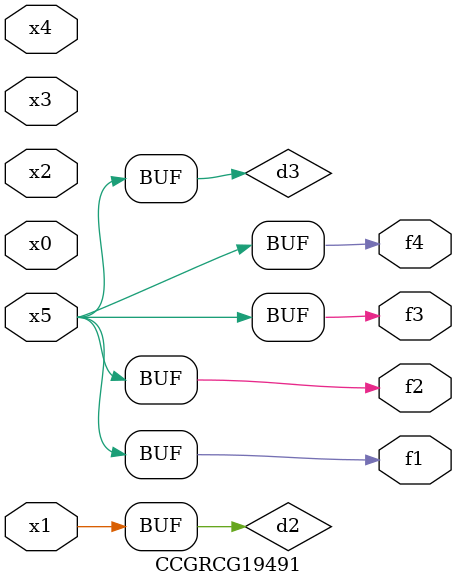
<source format=v>
module CCGRCG19491(
	input x0, x1, x2, x3, x4, x5,
	output f1, f2, f3, f4
);

	wire d1, d2, d3;

	not (d1, x5);
	or (d2, x1);
	xnor (d3, d1);
	assign f1 = d3;
	assign f2 = d3;
	assign f3 = d3;
	assign f4 = d3;
endmodule

</source>
